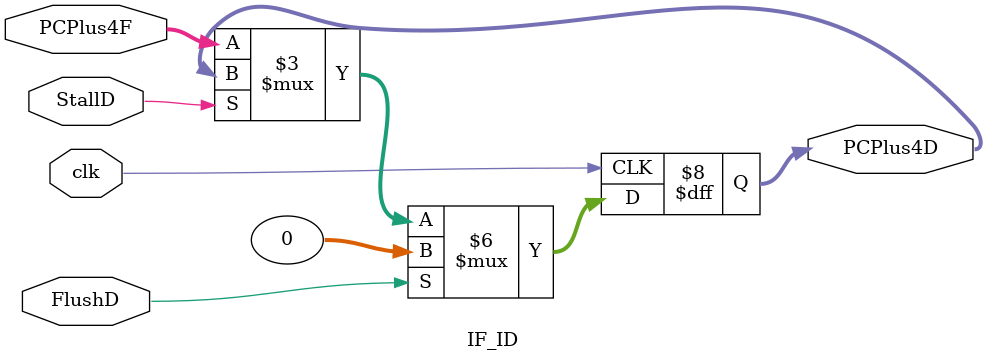
<source format=sv>
module IF_ID (
    input clk,
    input StallD,
    input FlushD,
    input [31:0] PCPlus4F,
    output reg [31:0] PCPlus4D
);

always @(posedge clk) begin 
    if (FlushD) begin
        PCPlus4D <= 32'h0;
    end
    else begin
        if (StallD) begin
            PCPlus4D <= PCPlus4D;
        end
        else begin
            PCPlus4D <= PCPlus4F;
        end
    end
end
endmodule
</source>
